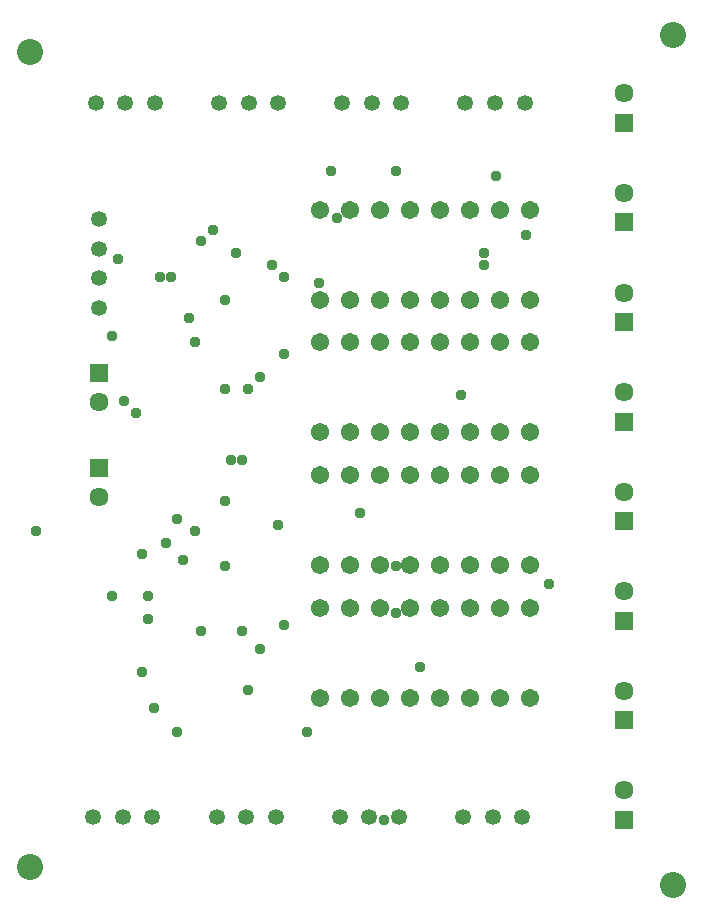
<source format=gbr>
G04 EAGLE Gerber RS-274X export*
G75*
%MOMM*%
%FSLAX34Y34*%
%LPD*%
%INSoldermask Bottom*%
%IPPOS*%
%AMOC8*
5,1,8,0,0,1.08239X$1,22.5*%
G01*
G04 Define Apertures*
%ADD10C,2.203200*%
%ADD11C,1.546600*%
%ADD12R,1.611200X1.611200*%
%ADD13C,1.611200*%
%ADD14C,1.351200*%
%ADD15C,0.959600*%
D10*
X580000Y755000D03*
X35000Y740000D03*
X35000Y50000D03*
X580000Y35000D03*
D11*
X458900Y606700D03*
X433500Y606700D03*
X408100Y606700D03*
X382700Y606700D03*
X357300Y606700D03*
X331900Y606700D03*
X306500Y606700D03*
X281100Y606700D03*
X281100Y530500D03*
X306500Y530500D03*
X331900Y530500D03*
X357300Y530500D03*
X382700Y530500D03*
X408100Y530500D03*
X433500Y530500D03*
X458900Y530500D03*
X458900Y494433D03*
X433500Y494433D03*
X408100Y494433D03*
X382700Y494433D03*
X357300Y494433D03*
X331900Y494433D03*
X306500Y494433D03*
X281100Y494433D03*
X281100Y418233D03*
X306500Y418233D03*
X331900Y418233D03*
X357300Y418233D03*
X382700Y418233D03*
X408100Y418233D03*
X433500Y418233D03*
X458900Y418233D03*
X458900Y382167D03*
X433500Y382167D03*
X408100Y382167D03*
X382700Y382167D03*
X357300Y382167D03*
X331900Y382167D03*
X306500Y382167D03*
X281100Y382167D03*
X281100Y305967D03*
X306500Y305967D03*
X331900Y305967D03*
X357300Y305967D03*
X382700Y305967D03*
X408100Y305967D03*
X433500Y305967D03*
X458900Y305967D03*
X458900Y269900D03*
X433500Y269900D03*
X408100Y269900D03*
X382700Y269900D03*
X357300Y269900D03*
X331900Y269900D03*
X306500Y269900D03*
X281100Y269900D03*
X281100Y193700D03*
X306500Y193700D03*
X331900Y193700D03*
X357300Y193700D03*
X382700Y193700D03*
X408100Y193700D03*
X433500Y193700D03*
X458900Y193700D03*
D12*
X537800Y680300D03*
D13*
X537800Y705300D03*
D12*
X537800Y596000D03*
D13*
X537800Y621000D03*
D12*
X537800Y511700D03*
D13*
X537800Y536700D03*
D12*
X537800Y427400D03*
D13*
X537800Y452400D03*
D12*
X537800Y343100D03*
D13*
X537800Y368100D03*
D12*
X537800Y258800D03*
D13*
X537800Y283800D03*
D12*
X537800Y174500D03*
D13*
X537800Y199500D03*
D12*
X537800Y90200D03*
D13*
X537800Y115200D03*
D14*
X88900Y92500D03*
X113900Y92500D03*
X138900Y92500D03*
X193200Y92500D03*
X218200Y92500D03*
X243200Y92500D03*
X297500Y92500D03*
X322500Y92500D03*
X347500Y92500D03*
X401800Y92500D03*
X426800Y92500D03*
X451800Y92500D03*
X453900Y697500D03*
X428900Y697500D03*
X403900Y697500D03*
X349600Y697500D03*
X324600Y697500D03*
X299600Y697500D03*
X245300Y697500D03*
X220300Y697500D03*
X195300Y697500D03*
X141000Y697500D03*
X116000Y697500D03*
X91000Y697500D03*
D12*
X93613Y388500D03*
D13*
X93613Y363500D03*
D14*
X93613Y598600D03*
X93613Y573600D03*
X93613Y548600D03*
X93613Y523600D03*
D12*
X93613Y468587D03*
D13*
X93613Y443587D03*
D15*
X40000Y335000D03*
X115000Y445000D03*
X135000Y280000D03*
X105000Y500000D03*
X170000Y515000D03*
X160000Y345000D03*
X130000Y315000D03*
X280000Y545000D03*
X335000Y90000D03*
X250000Y550000D03*
X240000Y560000D03*
X110000Y565000D03*
X220000Y200000D03*
X200000Y305000D03*
X205000Y395000D03*
X125000Y435000D03*
X215000Y250000D03*
X220000Y455000D03*
X145000Y550000D03*
X230000Y235000D03*
X230000Y465000D03*
X250000Y255000D03*
X250000Y485000D03*
X105000Y280000D03*
X200000Y455000D03*
X190000Y590000D03*
X455000Y585000D03*
X155000Y550000D03*
X180000Y580000D03*
X430000Y635000D03*
X400000Y450000D03*
X175000Y495000D03*
X215000Y395000D03*
X420000Y560000D03*
X200000Y530000D03*
X210000Y570000D03*
X420000Y570000D03*
X295000Y600000D03*
X475000Y290000D03*
X345000Y305000D03*
X245000Y340000D03*
X315000Y350000D03*
X345000Y640000D03*
X180000Y250000D03*
X130000Y215000D03*
X135000Y260000D03*
X140000Y185000D03*
X150000Y325000D03*
X175000Y335000D03*
X200000Y360000D03*
X165000Y310000D03*
X160000Y165000D03*
X270000Y165000D03*
X290000Y640000D03*
X365000Y220000D03*
X345000Y265000D03*
M02*

</source>
